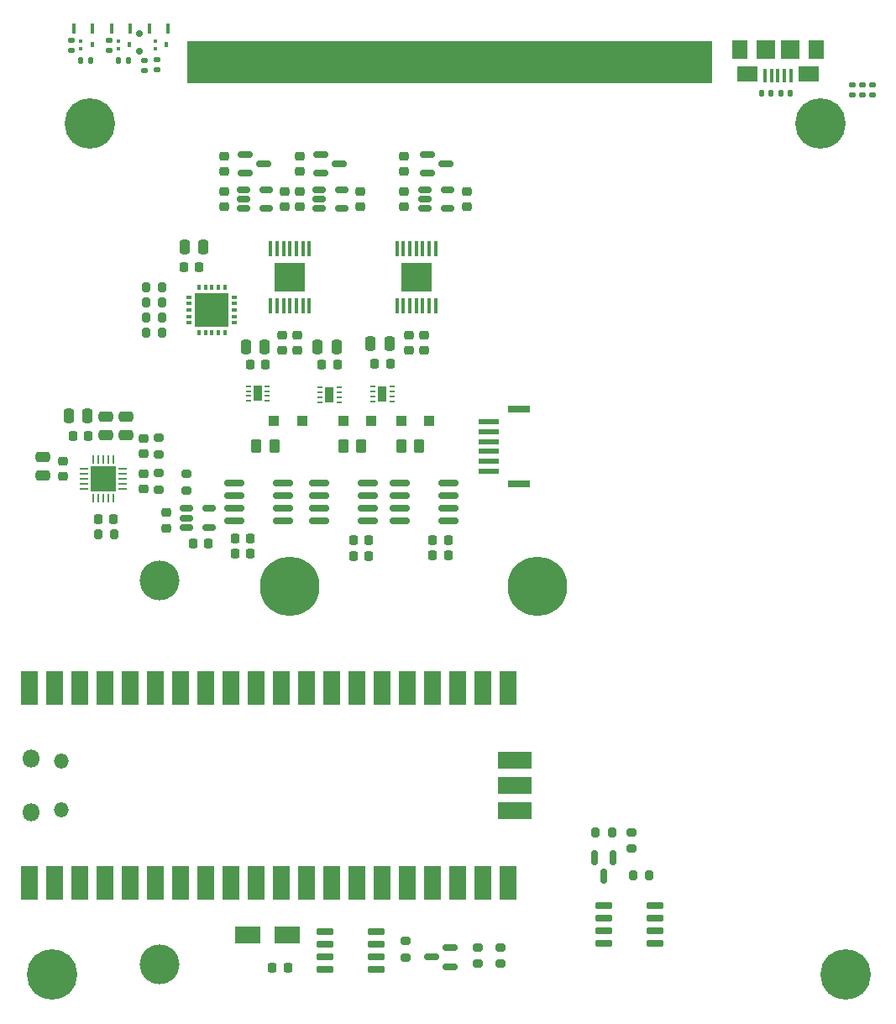
<source format=gbs>
G04 #@! TF.GenerationSoftware,KiCad,Pcbnew,(6.0.5)*
G04 #@! TF.CreationDate,2022-06-17T13:42:06-04:00*
G04 #@! TF.ProjectId,FP Interface Card,46502049-6e74-4657-9266-616365204361,rev?*
G04 #@! TF.SameCoordinates,Original*
G04 #@! TF.FileFunction,Soldermask,Bot*
G04 #@! TF.FilePolarity,Negative*
%FSLAX46Y46*%
G04 Gerber Fmt 4.6, Leading zero omitted, Abs format (unit mm)*
G04 Created by KiCad (PCBNEW (6.0.5)) date 2022-06-17 13:42:06*
%MOMM*%
%LPD*%
G01*
G04 APERTURE LIST*
G04 Aperture macros list*
%AMRoundRect*
0 Rectangle with rounded corners*
0 $1 Rounding radius*
0 $2 $3 $4 $5 $6 $7 $8 $9 X,Y pos of 4 corners*
0 Add a 4 corners polygon primitive as box body*
4,1,4,$2,$3,$4,$5,$6,$7,$8,$9,$2,$3,0*
0 Add four circle primitives for the rounded corners*
1,1,$1+$1,$2,$3*
1,1,$1+$1,$4,$5*
1,1,$1+$1,$6,$7*
1,1,$1+$1,$8,$9*
0 Add four rect primitives between the rounded corners*
20,1,$1+$1,$2,$3,$4,$5,0*
20,1,$1+$1,$4,$5,$6,$7,0*
20,1,$1+$1,$6,$7,$8,$9,0*
20,1,$1+$1,$8,$9,$2,$3,0*%
%AMFreePoly0*
4,1,12,0.105238,2.379067,0.194454,2.319454,0.254067,2.230238,0.275000,2.125000,0.275000,-1.400000,-0.275000,-1.400000,-0.275000,2.125000,-0.254067,2.230238,-0.194454,2.319454,-0.105238,2.379067,0.000000,2.400000,0.105238,2.379067,0.105238,2.379067,$1*%
G04 Aperture macros list end*
%ADD10C,0.100000*%
%ADD11R,0.400000X0.615800*%
%ADD12R,0.615800X0.400000*%
%ADD13C,0.500000*%
%ADD14R,3.350000X3.350000*%
%ADD15C,5.080000*%
%ADD16C,0.700000*%
%ADD17FreePoly0,0.000000*%
%ADD18C,4.000000*%
%ADD19C,6.000000*%
%ADD20R,0.370000X1.000000*%
%ADD21RoundRect,0.101500X0.101500X0.571500X-0.101500X0.571500X-0.101500X-0.571500X0.101500X-0.571500X0*%
%ADD22R,0.406000X1.346000*%
%ADD23R,2.108000X1.600000*%
%ADD24R,1.905000X1.905000*%
%ADD25R,1.500000X1.905000*%
%ADD26RoundRect,0.140000X-0.170000X0.140000X-0.170000X-0.140000X0.170000X-0.140000X0.170000X0.140000X0*%
%ADD27R,0.450000X0.400000*%
%ADD28R,0.450000X0.500000*%
%ADD29RoundRect,0.135000X-0.135000X-0.185000X0.135000X-0.185000X0.135000X0.185000X-0.135000X0.185000X0*%
%ADD30RoundRect,0.135000X-0.185000X0.135000X-0.185000X-0.135000X0.185000X-0.135000X0.185000X0.135000X0*%
%ADD31RoundRect,0.135000X0.185000X-0.135000X0.185000X0.135000X-0.185000X0.135000X-0.185000X-0.135000X0*%
%ADD32RoundRect,0.140000X-0.140000X-0.170000X0.140000X-0.170000X0.140000X0.170000X-0.140000X0.170000X0*%
%ADD33RoundRect,0.140000X0.140000X0.170000X-0.140000X0.170000X-0.140000X-0.170000X0.140000X-0.170000X0*%
%ADD34RoundRect,0.225000X-0.225000X-0.250000X0.225000X-0.250000X0.225000X0.250000X-0.225000X0.250000X0*%
%ADD35RoundRect,0.150000X0.825000X0.150000X-0.825000X0.150000X-0.825000X-0.150000X0.825000X-0.150000X0*%
%ADD36RoundRect,0.225000X0.225000X0.250000X-0.225000X0.250000X-0.225000X-0.250000X0.225000X-0.250000X0*%
%ADD37RoundRect,0.150000X-0.512500X-0.150000X0.512500X-0.150000X0.512500X0.150000X-0.512500X0.150000X0*%
%ADD38RoundRect,0.250000X0.262500X0.450000X-0.262500X0.450000X-0.262500X-0.450000X0.262500X-0.450000X0*%
%ADD39R,2.025000X0.600000*%
%ADD40R,2.275000X0.800000*%
%ADD41RoundRect,0.150000X-0.725000X-0.150000X0.725000X-0.150000X0.725000X0.150000X-0.725000X0.150000X0*%
%ADD42RoundRect,0.225000X0.250000X-0.225000X0.250000X0.225000X-0.250000X0.225000X-0.250000X-0.225000X0*%
%ADD43RoundRect,0.250000X0.475000X-0.250000X0.475000X0.250000X-0.475000X0.250000X-0.475000X-0.250000X0*%
%ADD44R,3.100000X3.000000*%
%ADD45RoundRect,0.100000X-0.100000X0.687500X-0.100000X-0.687500X0.100000X-0.687500X0.100000X0.687500X0*%
%ADD46RoundRect,0.200000X-0.275000X0.200000X-0.275000X-0.200000X0.275000X-0.200000X0.275000X0.200000X0*%
%ADD47RoundRect,0.200000X0.200000X0.275000X-0.200000X0.275000X-0.200000X-0.275000X0.200000X-0.275000X0*%
%ADD48R,1.100000X1.100000*%
%ADD49R,2.500000X1.800000*%
%ADD50R,0.500000X0.250000*%
%ADD51R,0.900000X1.600000*%
%ADD52RoundRect,0.062500X-0.062500X0.350000X-0.062500X-0.350000X0.062500X-0.350000X0.062500X0.350000X0*%
%ADD53RoundRect,0.062500X-0.350000X0.062500X-0.350000X-0.062500X0.350000X-0.062500X0.350000X0.062500X0*%
%ADD54R,2.500000X2.500000*%
%ADD55RoundRect,0.200000X-0.200000X-0.275000X0.200000X-0.275000X0.200000X0.275000X-0.200000X0.275000X0*%
%ADD56RoundRect,0.200000X0.275000X-0.200000X0.275000X0.200000X-0.275000X0.200000X-0.275000X-0.200000X0*%
%ADD57RoundRect,0.225000X-0.250000X0.225000X-0.250000X-0.225000X0.250000X-0.225000X0.250000X0.225000X0*%
%ADD58RoundRect,0.250000X0.250000X0.475000X-0.250000X0.475000X-0.250000X-0.475000X0.250000X-0.475000X0*%
%ADD59RoundRect,0.150000X-0.587500X-0.150000X0.587500X-0.150000X0.587500X0.150000X-0.587500X0.150000X0*%
%ADD60O,1.500000X1.500000*%
%ADD61O,1.800000X1.800000*%
%ADD62R,1.700000X3.500000*%
%ADD63R,3.500000X1.700000*%
%ADD64RoundRect,0.250000X-0.250000X-0.475000X0.250000X-0.475000X0.250000X0.475000X-0.250000X0.475000X0*%
%ADD65RoundRect,0.150000X0.725000X0.150000X-0.725000X0.150000X-0.725000X-0.150000X0.725000X-0.150000X0*%
%ADD66RoundRect,0.150000X0.587500X0.150000X-0.587500X0.150000X-0.587500X-0.150000X0.587500X-0.150000X0*%
%ADD67RoundRect,0.150000X-0.150000X0.587500X-0.150000X-0.587500X0.150000X-0.587500X0.150000X0.587500X0*%
G04 APERTURE END LIST*
G36*
X111633839Y-70387167D02*
G01*
X58833839Y-70387167D01*
X58833839Y-66187167D01*
X111633839Y-66187167D01*
X111633839Y-70387167D01*
G37*
D10*
X111633839Y-70387167D02*
X58833839Y-70387167D01*
X58833839Y-66187167D01*
X111633839Y-66187167D01*
X111633839Y-70387167D01*
D11*
X60000208Y-91022501D03*
X60650208Y-91022501D03*
X61300208Y-91022501D03*
X61950208Y-91022501D03*
X62600208Y-91022501D03*
D12*
X63583108Y-92005401D03*
X63583108Y-92655401D03*
X63583108Y-93305401D03*
X63583108Y-93955401D03*
X63583108Y-94605401D03*
D11*
X62600208Y-95588301D03*
X61950208Y-95588301D03*
X61300208Y-95588301D03*
X60650208Y-95588301D03*
X60000208Y-95588301D03*
D12*
X59017308Y-94605401D03*
X59017308Y-93955401D03*
X59017308Y-93305401D03*
X59017308Y-92655401D03*
X59017308Y-92005401D03*
D13*
X62300208Y-93305401D03*
D14*
X61300208Y-93305401D03*
D13*
X61300208Y-94305401D03*
X60300208Y-92305401D03*
X61300208Y-92305401D03*
X61300208Y-93305401D03*
X62300208Y-94305401D03*
X60300208Y-93305401D03*
X62300208Y-92305401D03*
X60300208Y-94305401D03*
D15*
X122690000Y-74540000D03*
X49030000Y-74540000D03*
D16*
X54003770Y-65424167D03*
X54003770Y-67224167D03*
D17*
X60033839Y-68787167D03*
X60833839Y-68787167D03*
X61633839Y-68787167D03*
X62433839Y-68787167D03*
X63233839Y-68787167D03*
X64033839Y-68787167D03*
X64833839Y-68787167D03*
X65633839Y-68787167D03*
X66433839Y-68787167D03*
X67233839Y-68787167D03*
X68033839Y-68787167D03*
X68833839Y-68787167D03*
X69633839Y-68787167D03*
X70433839Y-68787167D03*
X71233839Y-68787167D03*
X72033839Y-68787167D03*
X72833839Y-68787167D03*
X73633839Y-68787167D03*
X74433839Y-68787167D03*
X75233839Y-68787167D03*
X76033839Y-68787167D03*
X76833839Y-68787167D03*
X77633839Y-68787167D03*
X78433839Y-68787167D03*
X79233839Y-68787167D03*
X80033839Y-68787167D03*
X80833839Y-68787167D03*
X81633839Y-68787167D03*
X82433839Y-68787167D03*
X83233839Y-68787167D03*
X84033839Y-68787167D03*
X84833839Y-68787167D03*
X88833839Y-68787167D03*
X89633839Y-68787167D03*
X90433839Y-68787167D03*
X91233839Y-68787167D03*
X92033839Y-68787167D03*
X92833839Y-68787167D03*
X93633839Y-68787167D03*
X94433839Y-68787167D03*
X95233839Y-68787167D03*
X96033839Y-68787167D03*
X96833839Y-68787167D03*
X97633839Y-68787167D03*
X98433839Y-68787167D03*
X99233839Y-68787167D03*
X100033839Y-68787167D03*
X100833839Y-68787167D03*
X101633839Y-68787167D03*
X102433839Y-68787167D03*
X103233839Y-68787167D03*
X104033839Y-68787167D03*
X104833839Y-68787167D03*
X105633839Y-68787167D03*
X106433839Y-68787167D03*
X107233839Y-68787167D03*
X108033839Y-68787167D03*
X108833839Y-68787167D03*
X109633839Y-68787167D03*
X110433839Y-68787167D03*
D15*
X125230000Y-160270000D03*
X45230000Y-160270000D03*
D18*
X56026000Y-159260000D03*
D19*
X69126000Y-121160000D03*
D18*
X56026000Y-120560000D03*
D19*
X94126000Y-121160000D03*
D20*
X49233781Y-64974280D03*
X47373781Y-64974280D03*
X53033773Y-64974280D03*
X51173773Y-64974280D03*
X56833791Y-64974280D03*
X54973791Y-64974280D03*
D21*
X117058778Y-69691167D03*
D22*
X117708778Y-69691167D03*
X118358778Y-69691167D03*
X119008778Y-69691167D03*
X119658778Y-69691167D03*
D23*
X121507778Y-69524167D03*
X115259778Y-69524167D03*
D24*
X117183778Y-67024167D03*
D25*
X114557778Y-67024167D03*
D24*
X119583778Y-67024167D03*
D25*
X122209778Y-67024167D03*
D26*
X126878300Y-70636000D03*
X126878300Y-71596000D03*
X127868900Y-70636000D03*
X127868900Y-71596000D03*
D27*
X48084000Y-66969400D03*
X48084000Y-66169400D03*
D28*
X49234000Y-66569400D03*
D27*
X51868600Y-66969400D03*
X51868600Y-66169400D03*
D28*
X53018600Y-66569400D03*
D27*
X55577000Y-66969400D03*
X55577000Y-66169400D03*
D28*
X56727000Y-66569400D03*
D29*
X48072800Y-68118800D03*
X49092800Y-68118800D03*
D30*
X125887700Y-70631400D03*
X125887700Y-71651400D03*
D31*
X47109600Y-67181000D03*
X47109600Y-66161000D03*
D29*
X51882800Y-68118800D03*
X52902800Y-68118800D03*
D31*
X50945000Y-67181000D03*
X50945000Y-66161000D03*
D30*
X55775800Y-68108800D03*
X55775800Y-69128800D03*
D31*
X54526400Y-69136800D03*
X54526400Y-68116800D03*
D32*
X118689400Y-71497000D03*
X119649400Y-71497000D03*
D33*
X117668200Y-71497000D03*
X116708200Y-71497000D03*
D34*
X83566000Y-117983000D03*
X85116000Y-117983000D03*
D35*
X68515000Y-110740000D03*
X68515000Y-112010000D03*
X68515000Y-113280000D03*
X68515000Y-114550000D03*
X63565000Y-114550000D03*
X63565000Y-113280000D03*
X63565000Y-112010000D03*
X63565000Y-110740000D03*
D36*
X73945000Y-98802000D03*
X72395000Y-98802000D03*
D37*
X82814700Y-83079400D03*
X82814700Y-82129400D03*
X82814700Y-81179400D03*
X85089700Y-81179400D03*
X85089700Y-83079400D03*
D38*
X82213500Y-107057000D03*
X80388500Y-107057000D03*
D39*
X89197500Y-109557000D03*
X89197500Y-108557000D03*
X89197500Y-107557000D03*
X89197500Y-106557000D03*
X89197500Y-105557000D03*
X89197500Y-104557000D03*
D40*
X92247500Y-110857000D03*
X92247500Y-103257000D03*
D36*
X66706000Y-98821000D03*
X65156000Y-98821000D03*
D41*
X100810000Y-157154000D03*
X100810000Y-155884000D03*
X100810000Y-154614000D03*
X100810000Y-153344000D03*
X105960000Y-153344000D03*
X105960000Y-154614000D03*
X105960000Y-155884000D03*
X105960000Y-157154000D03*
D42*
X70190200Y-82904400D03*
X70190200Y-81354400D03*
D43*
X50632200Y-105939400D03*
X50632200Y-104039400D03*
D44*
X81906200Y-90003400D03*
D45*
X79956200Y-87140900D03*
X80606200Y-87140900D03*
X81256200Y-87140900D03*
X81906200Y-87140900D03*
X82556200Y-87140900D03*
X83206200Y-87140900D03*
X83856200Y-87140900D03*
X83856200Y-92865900D03*
X83206200Y-92865900D03*
X82556200Y-92865900D03*
X81906200Y-92865900D03*
X81256200Y-92865900D03*
X80606200Y-92865900D03*
X79956200Y-92865900D03*
D42*
X80650200Y-82924400D03*
X80650200Y-81374400D03*
D34*
X83566000Y-116459000D03*
X85116000Y-116459000D03*
D46*
X80814000Y-156895000D03*
X80814000Y-158545000D03*
D36*
X79279000Y-98727000D03*
X77729000Y-98727000D03*
D47*
X51457200Y-115911400D03*
X49807200Y-115911400D03*
D48*
X74567000Y-104517000D03*
X77367000Y-104517000D03*
D46*
X103599000Y-145925000D03*
X103599000Y-147575000D03*
D42*
X56669800Y-115275600D03*
X56669800Y-113725600D03*
D34*
X75552000Y-116459000D03*
X77102000Y-116459000D03*
D46*
X90444000Y-157545000D03*
X90444000Y-159195000D03*
D49*
X64898000Y-156326000D03*
X68898000Y-156326000D03*
D50*
X66881000Y-100973000D03*
X66881000Y-101473000D03*
X66881000Y-101973000D03*
X66881000Y-102473000D03*
X64981000Y-102473000D03*
X64981000Y-101973000D03*
X64981000Y-101473000D03*
X64981000Y-100973000D03*
D51*
X65931000Y-101723000D03*
D37*
X58763100Y-115220200D03*
X58763100Y-114270200D03*
X58763100Y-113320200D03*
X61038100Y-113320200D03*
X61038100Y-115220200D03*
D52*
X49378200Y-108385900D03*
X49878200Y-108385900D03*
X50378200Y-108385900D03*
X50878200Y-108385900D03*
X51378200Y-108385900D03*
D53*
X52315700Y-109323400D03*
X52315700Y-109823400D03*
X52315700Y-110323400D03*
X52315700Y-110823400D03*
X52315700Y-111323400D03*
D52*
X51378200Y-112260900D03*
X50878200Y-112260900D03*
X50378200Y-112260900D03*
X49878200Y-112260900D03*
X49378200Y-112260900D03*
D53*
X48440700Y-111323400D03*
X48440700Y-110823400D03*
X48440700Y-110323400D03*
X48440700Y-109823400D03*
X48440700Y-109323400D03*
D54*
X50378200Y-110323400D03*
D55*
X54633200Y-95591400D03*
X56283200Y-95591400D03*
D38*
X67608500Y-107057000D03*
X65783500Y-107057000D03*
D42*
X68666200Y-82904400D03*
X68666200Y-81354400D03*
D56*
X55966200Y-107846400D03*
X55966200Y-106196400D03*
D46*
X58750000Y-109825000D03*
X58750000Y-111475000D03*
D42*
X62570200Y-79348400D03*
X62570200Y-77798400D03*
X54442200Y-111352400D03*
X54442200Y-109802400D03*
D57*
X81144200Y-95832400D03*
X81144200Y-97382400D03*
D58*
X79200000Y-96695000D03*
X77300000Y-96695000D03*
D36*
X60925600Y-116810200D03*
X59375600Y-116810200D03*
D58*
X48788200Y-103973400D03*
X46888200Y-103973400D03*
D59*
X83014700Y-79543400D03*
X83014700Y-77643400D03*
X84889700Y-78593400D03*
D48*
X80409000Y-104517000D03*
X83209000Y-104517000D03*
D42*
X62570200Y-82904400D03*
X62570200Y-81354400D03*
D60*
X46104000Y-143645000D03*
X46104000Y-138795000D03*
D61*
X43074000Y-143945000D03*
X43074000Y-138495000D03*
D62*
X42944000Y-131430000D03*
X45484000Y-131430000D03*
X48024000Y-131430000D03*
X50564000Y-131430000D03*
X53104000Y-131430000D03*
X55644000Y-131430000D03*
X58184000Y-131430000D03*
X60724000Y-131430000D03*
X63264000Y-131430000D03*
X65804000Y-131430000D03*
X68344000Y-131430000D03*
X70884000Y-131430000D03*
X73424000Y-131430000D03*
X75964000Y-131430000D03*
X78504000Y-131430000D03*
X81044000Y-131430000D03*
X83584000Y-131430000D03*
X86124000Y-131430000D03*
X88664000Y-131430000D03*
X91204000Y-131430000D03*
X91204000Y-151010000D03*
X88664000Y-151010000D03*
X86124000Y-151010000D03*
X83584000Y-151010000D03*
X81044000Y-151010000D03*
X78504000Y-151010000D03*
X75964000Y-151010000D03*
X73424000Y-151010000D03*
X70884000Y-151010000D03*
X68344000Y-151010000D03*
X65804000Y-151010000D03*
X63264000Y-151010000D03*
X60724000Y-151010000D03*
X58184000Y-151010000D03*
X55644000Y-151010000D03*
X53104000Y-151010000D03*
X50564000Y-151010000D03*
X48024000Y-151010000D03*
X45484000Y-151010000D03*
X42944000Y-151010000D03*
D63*
X91874000Y-138680000D03*
X91874000Y-141220000D03*
X91874000Y-143760000D03*
D34*
X49857200Y-114387400D03*
X51407200Y-114387400D03*
D42*
X87000200Y-82924400D03*
X87000200Y-81374400D03*
D55*
X54633200Y-94067400D03*
X56283200Y-94067400D03*
X54633200Y-92543400D03*
X56283200Y-92543400D03*
D38*
X76371500Y-107057000D03*
X74546500Y-107057000D03*
D48*
X67582000Y-104517000D03*
X70382000Y-104517000D03*
D58*
X66627000Y-97043000D03*
X64727000Y-97043000D03*
D47*
X101649000Y-145950000D03*
X99999000Y-145950000D03*
D36*
X48867200Y-106005400D03*
X47317200Y-106005400D03*
D42*
X70190200Y-79348400D03*
X70190200Y-77798400D03*
D57*
X54442200Y-106246400D03*
X54442200Y-107796400D03*
D55*
X54633200Y-91019400D03*
X56283200Y-91019400D03*
D35*
X77024000Y-110740000D03*
X77024000Y-112010000D03*
X77024000Y-113280000D03*
X77024000Y-114550000D03*
X72074000Y-114550000D03*
X72074000Y-113280000D03*
X72074000Y-112010000D03*
X72074000Y-110740000D03*
D59*
X72300700Y-79523400D03*
X72300700Y-77623400D03*
X74175700Y-78573400D03*
D42*
X80650200Y-79368400D03*
X80650200Y-77818400D03*
D47*
X105410000Y-150301000D03*
X103760000Y-150301000D03*
D64*
X58572200Y-86955400D03*
X60472200Y-86955400D03*
D46*
X88158000Y-157545000D03*
X88158000Y-159195000D03*
D34*
X63614000Y-117856000D03*
X65164000Y-117856000D03*
X63614000Y-116332000D03*
X65164000Y-116332000D03*
D42*
X76286200Y-82904400D03*
X76286200Y-81354400D03*
D65*
X77855000Y-155945000D03*
X77855000Y-157215000D03*
X77855000Y-158485000D03*
X77855000Y-159755000D03*
X72705000Y-159755000D03*
X72705000Y-158485000D03*
X72705000Y-157215000D03*
X72705000Y-155945000D03*
D37*
X72100700Y-83079400D03*
X72100700Y-82129400D03*
X72100700Y-81179400D03*
X74375700Y-81179400D03*
X74375700Y-83079400D03*
D66*
X85307500Y-157586000D03*
X85307500Y-159486000D03*
X83432500Y-158536000D03*
D42*
X46314200Y-110082400D03*
X46314200Y-108532400D03*
D59*
X64680700Y-79523400D03*
X64680700Y-77623400D03*
X66555700Y-78573400D03*
D67*
X99874000Y-148512500D03*
X101774000Y-148512500D03*
X100824000Y-150387500D03*
D50*
X74120000Y-101100000D03*
X74120000Y-101600000D03*
X74120000Y-102100000D03*
X74120000Y-102600000D03*
X72220000Y-102600000D03*
X72220000Y-102100000D03*
X72220000Y-101600000D03*
X72220000Y-101100000D03*
D51*
X73170000Y-101850000D03*
D57*
X82668200Y-95832400D03*
X82668200Y-97382400D03*
D44*
X69174200Y-90003400D03*
D45*
X67224200Y-87140900D03*
X67874200Y-87140900D03*
X68524200Y-87140900D03*
X69174200Y-87140900D03*
X69824200Y-87140900D03*
X70474200Y-87140900D03*
X71124200Y-87140900D03*
X71124200Y-92865900D03*
X70474200Y-92865900D03*
X69824200Y-92865900D03*
X69174200Y-92865900D03*
X68524200Y-92865900D03*
X67874200Y-92865900D03*
X67224200Y-92865900D03*
D43*
X52664200Y-105939400D03*
X52664200Y-104039400D03*
D58*
X73866000Y-97024000D03*
X71966000Y-97024000D03*
D57*
X68412200Y-95832400D03*
X68412200Y-97382400D03*
D35*
X85152000Y-110740000D03*
X85152000Y-112010000D03*
X85152000Y-113280000D03*
X85152000Y-114550000D03*
X80202000Y-114550000D03*
X80202000Y-113280000D03*
X80202000Y-112010000D03*
X80202000Y-110740000D03*
D57*
X69936200Y-95832400D03*
X69936200Y-97382400D03*
D36*
X68943000Y-159628000D03*
X67393000Y-159628000D03*
D50*
X79454000Y-101025000D03*
X79454000Y-101525000D03*
X79454000Y-102025000D03*
X79454000Y-102525000D03*
X77554000Y-102525000D03*
X77554000Y-102025000D03*
X77554000Y-101525000D03*
X77554000Y-101025000D03*
D51*
X78504000Y-101775000D03*
D34*
X58493200Y-88987400D03*
X60043200Y-88987400D03*
D37*
X64480700Y-83079400D03*
X64480700Y-82129400D03*
X64480700Y-81179400D03*
X66755700Y-81179400D03*
X66755700Y-83079400D03*
D46*
X55966200Y-109752400D03*
X55966200Y-111402400D03*
D34*
X75552000Y-118110000D03*
X77102000Y-118110000D03*
D43*
X44282200Y-110003400D03*
X44282200Y-108103400D03*
M02*

</source>
